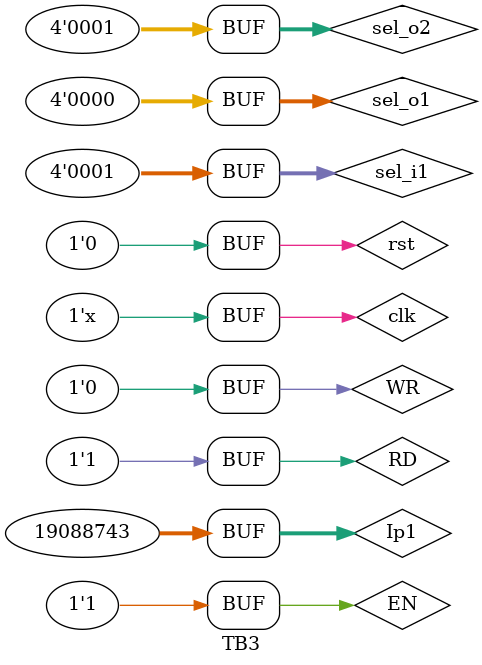
<source format=v>
module TB3;

 // Inputs

 reg [31:0] Ip1;

 reg [3:0] sel_i1;

 reg [3:0] sel_o1;

 reg [3:0] sel_o2;

 reg RD;

 reg WR;

 reg rst;

 reg EN;

 reg clk;

 // Outputs

 wire [31:0] Op1;

 wire [31:0] Op2;

 // Instantiate the Unit Under Test (UUT)

 registerfile uut (

               .Ip1(Ip1), 

               .sel_i1(sel_i1), 

               .Op1(Op1), 

               .sel_o1(sel_o1), 

               .Op2(Op2), 

               .sel_o2(sel_o2), 

               .RD(RD), 

               .WR(WR), 

               .rst(rst), 

               .EN(EN), 

               .clk(clk)

              );

 initial begin

  // Initialize Inputs

  Ip1  = 32'b0;

  sel_i1  = 4'b0;

  sel_o1  = 4'b0;

  sel_o2  = 4'b0;

  RD  = 1'b0;

  WR  = 1'b0;

  rst  = 1'b1;

  EN  = 1'b0;

  clk  = 1'b0;

  // Wait 100 ns for global reset to finish

  #100;        

  // Add stimulus here

   rst  = 1'b0;

   EN  = 1'b1;

   #20;

   WR  = 1'b1;

   RD = 1'b0;

   Ip1  = 32'habcd_efab;

   sel_i1  = 4'h0;

   #20;

   Ip1  = 32'h0123_4567;

   sel_i1  = 4'h1;

   #20;

   WR  = 1'b0;

   RD     = 1'b1;

   sel_o1  = 4'h0;

   sel_o2  = 4'h1;

 end 

   always begin

  #10;

  clk = ~clk;

 end 

endmodule
</source>
